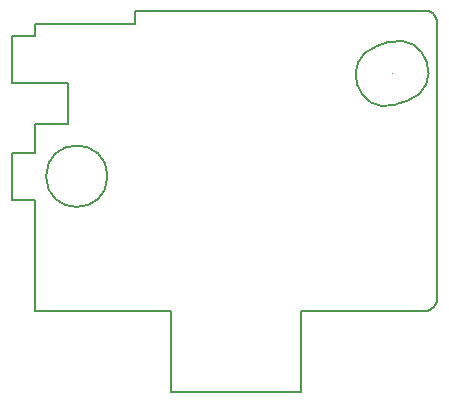
<source format=gm1>
G04 #@! TF.GenerationSoftware,KiCad,Pcbnew,(6.0.5)*
G04 #@! TF.CreationDate,2022-06-06T21:17:38+08:00*
G04 #@! TF.ProjectId,SX7H02060050-1,53583748-3032-4303-9630-3035302d312e,rev?*
G04 #@! TF.SameCoordinates,PX8af34a0PY598cce0*
G04 #@! TF.FileFunction,Profile,NP*
%FSLAX46Y46*%
G04 Gerber Fmt 4.6, Leading zero omitted, Abs format (unit mm)*
G04 Created by KiCad (PCBNEW (6.0.5)) date 2022-06-06 21:17:38*
%MOMM*%
%LPD*%
G01*
G04 APERTURE LIST*
G04 #@! TA.AperFunction,Profile*
%ADD10C,0.175000*%
G04 #@! TD*
G04 #@! TA.AperFunction,Profile*
%ADD11C,0.005025*%
G04 #@! TD*
G04 APERTURE END LIST*
D10*
X11047611Y-18006D02*
X47596Y-18006D01*
X-11452404Y16283996D02*
X-13452420Y16283996D01*
X-13452420Y26183960D02*
X-13452435Y30183960D01*
X21808643Y32256347D02*
X22051898Y32155578D01*
X-11452435Y31133972D02*
X-3052472Y31133972D01*
X-3052472Y31133972D02*
X-3052472Y32281982D01*
D11*
X15802427Y26024231D02*
G75*
G03*
X15802427Y26024231I-2512J0D01*
G01*
D10*
X-11452435Y30183960D02*
X-11452435Y31133972D01*
X21808673Y6907776D02*
X21547611Y6873413D01*
X22521869Y7620971D02*
X22421115Y7377746D01*
X22421085Y31786377D02*
X22521839Y31543152D01*
X-13452420Y20283996D02*
X-11452420Y20283996D01*
X-3052472Y32281982D02*
X21547580Y32290710D01*
X-8652417Y26183960D02*
X-13452420Y26183960D01*
X22260822Y7168823D02*
X22051929Y7008545D01*
X-13452435Y30183960D02*
X-11452435Y30183960D01*
X22521839Y31543152D02*
X22556217Y31282043D01*
X22421115Y7377746D02*
X22260822Y7168823D01*
X22547580Y31282043D02*
X22556247Y7882019D01*
X22260791Y31995300D02*
X22421085Y31786377D01*
X21547611Y6873413D02*
X21547611Y6882019D01*
X21547580Y32290710D02*
X21808643Y32256347D01*
X-11452420Y20283996D02*
X-11452420Y22683960D01*
X22051929Y7008545D02*
X21808673Y6907776D01*
D11*
X18750700Y26982177D02*
G75*
G03*
X18750700Y26982177I-2512J0D01*
G01*
D10*
X20027153Y24663974D02*
G75*
G03*
X18420276Y29609436I-803453J2472726D01*
G01*
X-13452420Y16283996D02*
X-13452420Y20283996D01*
D11*
X21698988Y27940185D02*
G75*
G03*
X21698988Y27940185I-2512J0D01*
G01*
X-7944689Y18281982D02*
G75*
G03*
X-7944689Y18281982I-2512J0D01*
G01*
D10*
X-11452420Y22683960D02*
X-8652417Y22683960D01*
X21547611Y6882019D02*
X11047611Y6882019D01*
X-8652417Y22683960D02*
X-8652417Y26183960D01*
X47596Y-18006D02*
X47596Y6882019D01*
X17469230Y29300402D02*
G75*
G03*
X19076114Y24354980I803470J-2472702D01*
G01*
X22556217Y31282043D02*
X22547580Y31282043D01*
X18420276Y29609436D02*
X17469226Y29300415D01*
X-11452404Y6882019D02*
X-11452404Y16283996D01*
X-5347201Y18281982D02*
G75*
G03*
X-5347201Y18281982I-2600000J0D01*
G01*
X22556247Y7882019D02*
X22521869Y7620971D01*
X19076114Y24354980D02*
X20027164Y24663940D01*
X22051898Y32155578D02*
X22260791Y31995300D01*
X47596Y6882019D02*
X-11452404Y6882019D01*
X11047611Y6882019D02*
X11047611Y-18006D01*
M02*

</source>
